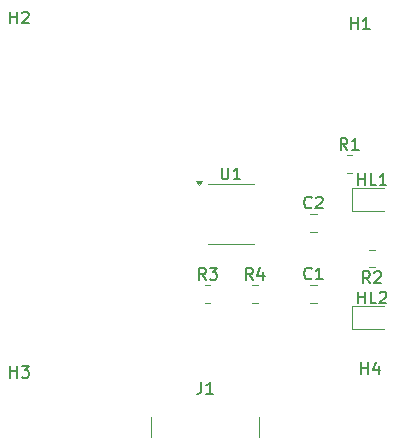
<source format=gbr>
%TF.GenerationSoftware,KiCad,Pcbnew,8.0.8*%
%TF.CreationDate,2025-03-19T14:50:45+02:00*%
%TF.ProjectId,Pcb_intro_timer,5063625f-696e-4747-926f-5f74696d6572,rev?*%
%TF.SameCoordinates,Original*%
%TF.FileFunction,Legend,Top*%
%TF.FilePolarity,Positive*%
%FSLAX46Y46*%
G04 Gerber Fmt 4.6, Leading zero omitted, Abs format (unit mm)*
G04 Created by KiCad (PCBNEW 8.0.8) date 2025-03-19 14:50:45*
%MOMM*%
%LPD*%
G01*
G04 APERTURE LIST*
%ADD10C,0.150000*%
%ADD11C,0.120000*%
G04 APERTURE END LIST*
D10*
X157920833Y-92804819D02*
X157587500Y-92328628D01*
X157349405Y-92804819D02*
X157349405Y-91804819D01*
X157349405Y-91804819D02*
X157730357Y-91804819D01*
X157730357Y-91804819D02*
X157825595Y-91852438D01*
X157825595Y-91852438D02*
X157873214Y-91900057D01*
X157873214Y-91900057D02*
X157920833Y-91995295D01*
X157920833Y-91995295D02*
X157920833Y-92138152D01*
X157920833Y-92138152D02*
X157873214Y-92233390D01*
X157873214Y-92233390D02*
X157825595Y-92281009D01*
X157825595Y-92281009D02*
X157730357Y-92328628D01*
X157730357Y-92328628D02*
X157349405Y-92328628D01*
X158254167Y-91804819D02*
X158873214Y-91804819D01*
X158873214Y-91804819D02*
X158539881Y-92185771D01*
X158539881Y-92185771D02*
X158682738Y-92185771D01*
X158682738Y-92185771D02*
X158777976Y-92233390D01*
X158777976Y-92233390D02*
X158825595Y-92281009D01*
X158825595Y-92281009D02*
X158873214Y-92376247D01*
X158873214Y-92376247D02*
X158873214Y-92614342D01*
X158873214Y-92614342D02*
X158825595Y-92709580D01*
X158825595Y-92709580D02*
X158777976Y-92757200D01*
X158777976Y-92757200D02*
X158682738Y-92804819D01*
X158682738Y-92804819D02*
X158397024Y-92804819D01*
X158397024Y-92804819D02*
X158301786Y-92757200D01*
X158301786Y-92757200D02*
X158254167Y-92709580D01*
X170833333Y-94804819D02*
X170833333Y-93804819D01*
X170833333Y-94281009D02*
X171404761Y-94281009D01*
X171404761Y-94804819D02*
X171404761Y-93804819D01*
X172357142Y-94804819D02*
X171880952Y-94804819D01*
X171880952Y-94804819D02*
X171880952Y-93804819D01*
X172642857Y-93900057D02*
X172690476Y-93852438D01*
X172690476Y-93852438D02*
X172785714Y-93804819D01*
X172785714Y-93804819D02*
X173023809Y-93804819D01*
X173023809Y-93804819D02*
X173119047Y-93852438D01*
X173119047Y-93852438D02*
X173166666Y-93900057D01*
X173166666Y-93900057D02*
X173214285Y-93995295D01*
X173214285Y-93995295D02*
X173214285Y-94090533D01*
X173214285Y-94090533D02*
X173166666Y-94233390D01*
X173166666Y-94233390D02*
X172595238Y-94804819D01*
X172595238Y-94804819D02*
X173214285Y-94804819D01*
X169920833Y-81804819D02*
X169587500Y-81328628D01*
X169349405Y-81804819D02*
X169349405Y-80804819D01*
X169349405Y-80804819D02*
X169730357Y-80804819D01*
X169730357Y-80804819D02*
X169825595Y-80852438D01*
X169825595Y-80852438D02*
X169873214Y-80900057D01*
X169873214Y-80900057D02*
X169920833Y-80995295D01*
X169920833Y-80995295D02*
X169920833Y-81138152D01*
X169920833Y-81138152D02*
X169873214Y-81233390D01*
X169873214Y-81233390D02*
X169825595Y-81281009D01*
X169825595Y-81281009D02*
X169730357Y-81328628D01*
X169730357Y-81328628D02*
X169349405Y-81328628D01*
X170873214Y-81804819D02*
X170301786Y-81804819D01*
X170587500Y-81804819D02*
X170587500Y-80804819D01*
X170587500Y-80804819D02*
X170492262Y-80947676D01*
X170492262Y-80947676D02*
X170397024Y-81042914D01*
X170397024Y-81042914D02*
X170301786Y-81090533D01*
X170238095Y-71579819D02*
X170238095Y-70579819D01*
X170238095Y-71056009D02*
X170809523Y-71056009D01*
X170809523Y-71579819D02*
X170809523Y-70579819D01*
X171809523Y-71579819D02*
X171238095Y-71579819D01*
X171523809Y-71579819D02*
X171523809Y-70579819D01*
X171523809Y-70579819D02*
X171428571Y-70722676D01*
X171428571Y-70722676D02*
X171333333Y-70817914D01*
X171333333Y-70817914D02*
X171238095Y-70865533D01*
X166883333Y-92679580D02*
X166835714Y-92727200D01*
X166835714Y-92727200D02*
X166692857Y-92774819D01*
X166692857Y-92774819D02*
X166597619Y-92774819D01*
X166597619Y-92774819D02*
X166454762Y-92727200D01*
X166454762Y-92727200D02*
X166359524Y-92631961D01*
X166359524Y-92631961D02*
X166311905Y-92536723D01*
X166311905Y-92536723D02*
X166264286Y-92346247D01*
X166264286Y-92346247D02*
X166264286Y-92203390D01*
X166264286Y-92203390D02*
X166311905Y-92012914D01*
X166311905Y-92012914D02*
X166359524Y-91917676D01*
X166359524Y-91917676D02*
X166454762Y-91822438D01*
X166454762Y-91822438D02*
X166597619Y-91774819D01*
X166597619Y-91774819D02*
X166692857Y-91774819D01*
X166692857Y-91774819D02*
X166835714Y-91822438D01*
X166835714Y-91822438D02*
X166883333Y-91870057D01*
X167835714Y-92774819D02*
X167264286Y-92774819D01*
X167550000Y-92774819D02*
X167550000Y-91774819D01*
X167550000Y-91774819D02*
X167454762Y-91917676D01*
X167454762Y-91917676D02*
X167359524Y-92012914D01*
X167359524Y-92012914D02*
X167264286Y-92060533D01*
X141381940Y-101098664D02*
X141381940Y-100098664D01*
X141381940Y-100574854D02*
X141953368Y-100574854D01*
X141953368Y-101098664D02*
X141953368Y-100098664D01*
X142334321Y-100098664D02*
X142953368Y-100098664D01*
X142953368Y-100098664D02*
X142620035Y-100479616D01*
X142620035Y-100479616D02*
X142762892Y-100479616D01*
X142762892Y-100479616D02*
X142858130Y-100527235D01*
X142858130Y-100527235D02*
X142905749Y-100574854D01*
X142905749Y-100574854D02*
X142953368Y-100670092D01*
X142953368Y-100670092D02*
X142953368Y-100908187D01*
X142953368Y-100908187D02*
X142905749Y-101003425D01*
X142905749Y-101003425D02*
X142858130Y-101051045D01*
X142858130Y-101051045D02*
X142762892Y-101098664D01*
X142762892Y-101098664D02*
X142477178Y-101098664D01*
X142477178Y-101098664D02*
X142381940Y-101051045D01*
X142381940Y-101051045D02*
X142334321Y-101003425D01*
X159280595Y-83309819D02*
X159280595Y-84119342D01*
X159280595Y-84119342D02*
X159328214Y-84214580D01*
X159328214Y-84214580D02*
X159375833Y-84262200D01*
X159375833Y-84262200D02*
X159471071Y-84309819D01*
X159471071Y-84309819D02*
X159661547Y-84309819D01*
X159661547Y-84309819D02*
X159756785Y-84262200D01*
X159756785Y-84262200D02*
X159804404Y-84214580D01*
X159804404Y-84214580D02*
X159852023Y-84119342D01*
X159852023Y-84119342D02*
X159852023Y-83309819D01*
X160852023Y-84309819D02*
X160280595Y-84309819D01*
X160566309Y-84309819D02*
X160566309Y-83309819D01*
X160566309Y-83309819D02*
X160471071Y-83452676D01*
X160471071Y-83452676D02*
X160375833Y-83547914D01*
X160375833Y-83547914D02*
X160280595Y-83595533D01*
X171094250Y-100810974D02*
X171094250Y-99810974D01*
X171094250Y-100287164D02*
X171665678Y-100287164D01*
X171665678Y-100810974D02*
X171665678Y-99810974D01*
X172570440Y-100144307D02*
X172570440Y-100810974D01*
X172332345Y-99763355D02*
X172094250Y-100477640D01*
X172094250Y-100477640D02*
X172713297Y-100477640D01*
X166883333Y-86679580D02*
X166835714Y-86727200D01*
X166835714Y-86727200D02*
X166692857Y-86774819D01*
X166692857Y-86774819D02*
X166597619Y-86774819D01*
X166597619Y-86774819D02*
X166454762Y-86727200D01*
X166454762Y-86727200D02*
X166359524Y-86631961D01*
X166359524Y-86631961D02*
X166311905Y-86536723D01*
X166311905Y-86536723D02*
X166264286Y-86346247D01*
X166264286Y-86346247D02*
X166264286Y-86203390D01*
X166264286Y-86203390D02*
X166311905Y-86012914D01*
X166311905Y-86012914D02*
X166359524Y-85917676D01*
X166359524Y-85917676D02*
X166454762Y-85822438D01*
X166454762Y-85822438D02*
X166597619Y-85774819D01*
X166597619Y-85774819D02*
X166692857Y-85774819D01*
X166692857Y-85774819D02*
X166835714Y-85822438D01*
X166835714Y-85822438D02*
X166883333Y-85870057D01*
X167264286Y-85870057D02*
X167311905Y-85822438D01*
X167311905Y-85822438D02*
X167407143Y-85774819D01*
X167407143Y-85774819D02*
X167645238Y-85774819D01*
X167645238Y-85774819D02*
X167740476Y-85822438D01*
X167740476Y-85822438D02*
X167788095Y-85870057D01*
X167788095Y-85870057D02*
X167835714Y-85965295D01*
X167835714Y-85965295D02*
X167835714Y-86060533D01*
X167835714Y-86060533D02*
X167788095Y-86203390D01*
X167788095Y-86203390D02*
X167216667Y-86774819D01*
X167216667Y-86774819D02*
X167835714Y-86774819D01*
X157541666Y-101454819D02*
X157541666Y-102169104D01*
X157541666Y-102169104D02*
X157494047Y-102311961D01*
X157494047Y-102311961D02*
X157398809Y-102407200D01*
X157398809Y-102407200D02*
X157255952Y-102454819D01*
X157255952Y-102454819D02*
X157160714Y-102454819D01*
X158541666Y-102454819D02*
X157970238Y-102454819D01*
X158255952Y-102454819D02*
X158255952Y-101454819D01*
X158255952Y-101454819D02*
X158160714Y-101597676D01*
X158160714Y-101597676D02*
X158065476Y-101692914D01*
X158065476Y-101692914D02*
X157970238Y-101740533D01*
X161920833Y-92804819D02*
X161587500Y-92328628D01*
X161349405Y-92804819D02*
X161349405Y-91804819D01*
X161349405Y-91804819D02*
X161730357Y-91804819D01*
X161730357Y-91804819D02*
X161825595Y-91852438D01*
X161825595Y-91852438D02*
X161873214Y-91900057D01*
X161873214Y-91900057D02*
X161920833Y-91995295D01*
X161920833Y-91995295D02*
X161920833Y-92138152D01*
X161920833Y-92138152D02*
X161873214Y-92233390D01*
X161873214Y-92233390D02*
X161825595Y-92281009D01*
X161825595Y-92281009D02*
X161730357Y-92328628D01*
X161730357Y-92328628D02*
X161349405Y-92328628D01*
X162777976Y-92138152D02*
X162777976Y-92804819D01*
X162539881Y-91757200D02*
X162301786Y-92471485D01*
X162301786Y-92471485D02*
X162920833Y-92471485D01*
X171833333Y-93104819D02*
X171500000Y-92628628D01*
X171261905Y-93104819D02*
X171261905Y-92104819D01*
X171261905Y-92104819D02*
X171642857Y-92104819D01*
X171642857Y-92104819D02*
X171738095Y-92152438D01*
X171738095Y-92152438D02*
X171785714Y-92200057D01*
X171785714Y-92200057D02*
X171833333Y-92295295D01*
X171833333Y-92295295D02*
X171833333Y-92438152D01*
X171833333Y-92438152D02*
X171785714Y-92533390D01*
X171785714Y-92533390D02*
X171738095Y-92581009D01*
X171738095Y-92581009D02*
X171642857Y-92628628D01*
X171642857Y-92628628D02*
X171261905Y-92628628D01*
X172214286Y-92200057D02*
X172261905Y-92152438D01*
X172261905Y-92152438D02*
X172357143Y-92104819D01*
X172357143Y-92104819D02*
X172595238Y-92104819D01*
X172595238Y-92104819D02*
X172690476Y-92152438D01*
X172690476Y-92152438D02*
X172738095Y-92200057D01*
X172738095Y-92200057D02*
X172785714Y-92295295D01*
X172785714Y-92295295D02*
X172785714Y-92390533D01*
X172785714Y-92390533D02*
X172738095Y-92533390D01*
X172738095Y-92533390D02*
X172166667Y-93104819D01*
X172166667Y-93104819D02*
X172785714Y-93104819D01*
X141381940Y-71098664D02*
X141381940Y-70098664D01*
X141381940Y-70574854D02*
X141953368Y-70574854D01*
X141953368Y-71098664D02*
X141953368Y-70098664D01*
X142381940Y-70193902D02*
X142429559Y-70146283D01*
X142429559Y-70146283D02*
X142524797Y-70098664D01*
X142524797Y-70098664D02*
X142762892Y-70098664D01*
X142762892Y-70098664D02*
X142858130Y-70146283D01*
X142858130Y-70146283D02*
X142905749Y-70193902D01*
X142905749Y-70193902D02*
X142953368Y-70289140D01*
X142953368Y-70289140D02*
X142953368Y-70384378D01*
X142953368Y-70384378D02*
X142905749Y-70527235D01*
X142905749Y-70527235D02*
X142334321Y-71098664D01*
X142334321Y-71098664D02*
X142953368Y-71098664D01*
X170833333Y-84804819D02*
X170833333Y-83804819D01*
X170833333Y-84281009D02*
X171404761Y-84281009D01*
X171404761Y-84804819D02*
X171404761Y-83804819D01*
X172357142Y-84804819D02*
X171880952Y-84804819D01*
X171880952Y-84804819D02*
X171880952Y-83804819D01*
X173214285Y-84804819D02*
X172642857Y-84804819D01*
X172928571Y-84804819D02*
X172928571Y-83804819D01*
X172928571Y-83804819D02*
X172833333Y-83947676D01*
X172833333Y-83947676D02*
X172738095Y-84042914D01*
X172738095Y-84042914D02*
X172642857Y-84090533D01*
D11*
%TO.C,R3*%
X157860436Y-93265000D02*
X158314564Y-93265000D01*
X157860436Y-94735000D02*
X158314564Y-94735000D01*
%TO.C,HL2*%
X170315000Y-95040000D02*
X170315000Y-96960000D01*
X170315000Y-96960000D02*
X173000000Y-96960000D01*
X173000000Y-95040000D02*
X170315000Y-95040000D01*
%TO.C,R1*%
X169860436Y-82265000D02*
X170314564Y-82265000D01*
X169860436Y-83735000D02*
X170314564Y-83735000D01*
%TO.C,C1*%
X166788748Y-93265000D02*
X167311252Y-93265000D01*
X166788748Y-94735000D02*
X167311252Y-94735000D01*
%TO.C,U1*%
X160042500Y-84695000D02*
X158092500Y-84695000D01*
X160042500Y-84695000D02*
X161992500Y-84695000D01*
X160042500Y-89815000D02*
X158092500Y-89815000D01*
X160042500Y-89815000D02*
X161992500Y-89815000D01*
X157342500Y-84790000D02*
X157102500Y-84460000D01*
X157582500Y-84460000D01*
X157342500Y-84790000D01*
G36*
X157342500Y-84790000D02*
G01*
X157102500Y-84460000D01*
X157582500Y-84460000D01*
X157342500Y-84790000D01*
G37*
%TO.C,C2*%
X166788748Y-87265000D02*
X167311252Y-87265000D01*
X166788748Y-88735000D02*
X167311252Y-88735000D01*
%TO.C,J1*%
X153275000Y-104460000D02*
X153275000Y-106090000D01*
X162475000Y-104460000D02*
X162475000Y-106090000D01*
%TO.C,R4*%
X161860436Y-93265000D02*
X162314564Y-93265000D01*
X161860436Y-94735000D02*
X162314564Y-94735000D01*
%TO.C,R2*%
X172227064Y-90265000D02*
X171772936Y-90265000D01*
X172227064Y-91735000D02*
X171772936Y-91735000D01*
%TO.C,HL1*%
X170315000Y-85040000D02*
X170315000Y-86960000D01*
X170315000Y-86960000D02*
X173000000Y-86960000D01*
X173000000Y-85040000D02*
X170315000Y-85040000D01*
%TD*%
M02*

</source>
